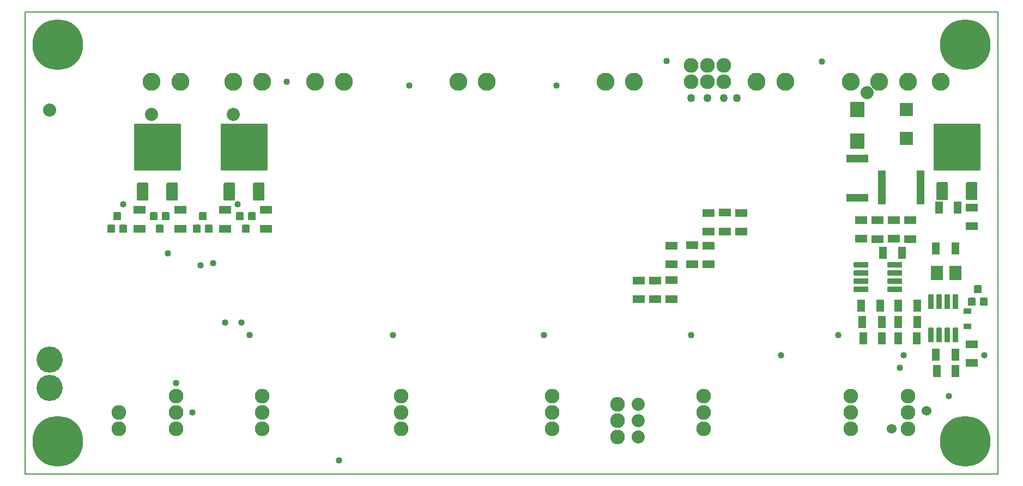
<source format=gbr>
G04 PROTEUS GERBER X2 FILE*
%TF.GenerationSoftware,Labcenter,Proteus,8.7-SP3-Build25561*%
%TF.CreationDate,2021-04-27T11:42:45+00:00*%
%TF.FileFunction,Soldermask,Bot*%
%TF.FilePolarity,Negative*%
%TF.Part,Single*%
%TF.SameCoordinates,{6203c4a4-ae23-4678-9b2e-be1f49d5fe9b}*%
%FSLAX45Y45*%
%MOMM*%
G01*
%TA.AperFunction,Material*%
%ADD43C,1.524000*%
%ADD44C,1.016000*%
%ADD45C,2.032000*%
%ADD46C,1.270000*%
%TA.AperFunction,Material*%
%ADD48C,4.064000*%
%ADD49C,2.794000*%
%ADD50C,2.286000*%
%AMPPAD061*
4,1,36,
-0.444500,-0.635000,
0.444500,-0.635000,
0.470470,-0.632470,
0.494480,-0.625200,
0.516080,-0.613650,
0.534790,-0.598290,
0.550150,-0.579570,
0.561700,-0.557980,
0.568970,-0.533970,
0.571500,-0.508000,
0.571500,0.508000,
0.568970,0.533970,
0.561700,0.557980,
0.550150,0.579570,
0.534790,0.598290,
0.516080,0.613650,
0.494480,0.625200,
0.470470,0.632470,
0.444500,0.635000,
-0.444500,0.635000,
-0.470470,0.632470,
-0.494480,0.625200,
-0.516080,0.613650,
-0.534790,0.598290,
-0.550150,0.579570,
-0.561700,0.557980,
-0.568970,0.533970,
-0.571500,0.508000,
-0.571500,-0.508000,
-0.568970,-0.533970,
-0.561700,-0.557980,
-0.550150,-0.579570,
-0.534790,-0.598290,
-0.516080,-0.613650,
-0.494480,-0.625200,
-0.470470,-0.632470,
-0.444500,-0.635000,
0*%
%TA.AperFunction,Material*%
%ADD67PPAD061*%
%AMPPAD062*
4,1,36,
3.492500,3.619500,
-3.492500,3.619500,
-3.518470,3.616970,
-3.542480,3.609700,
-3.564080,3.598150,
-3.582790,3.582790,
-3.598150,3.564070,
-3.609700,3.542480,
-3.616970,3.518470,
-3.619500,3.492500,
-3.619500,-3.492500,
-3.616970,-3.518470,
-3.609700,-3.542480,
-3.598150,-3.564070,
-3.582790,-3.582790,
-3.564080,-3.598150,
-3.542480,-3.609700,
-3.518470,-3.616970,
-3.492500,-3.619500,
3.492500,-3.619500,
3.518470,-3.616970,
3.542480,-3.609700,
3.564080,-3.598150,
3.582790,-3.582790,
3.598150,-3.564070,
3.609700,-3.542480,
3.616970,-3.518470,
3.619500,-3.492500,
3.619500,3.492500,
3.616970,3.518470,
3.609700,3.542480,
3.598150,3.564070,
3.582790,3.582790,
3.564080,3.598150,
3.542480,3.609700,
3.518470,3.616970,
3.492500,3.619500,
0*%
%ADD68PPAD062*%
%AMPPAD063*
4,1,36,
0.762000,1.397000,
-0.762000,1.397000,
-0.787970,1.394470,
-0.811980,1.387200,
-0.833580,1.375650,
-0.852290,1.360290,
-0.867650,1.341570,
-0.879200,1.319980,
-0.886470,1.295970,
-0.889000,1.270000,
-0.889000,-1.270000,
-0.886470,-1.295970,
-0.879200,-1.319980,
-0.867650,-1.341570,
-0.852290,-1.360290,
-0.833580,-1.375650,
-0.811980,-1.387200,
-0.787970,-1.394470,
-0.762000,-1.397000,
0.762000,-1.397000,
0.787970,-1.394470,
0.811980,-1.387200,
0.833580,-1.375650,
0.852290,-1.360290,
0.867650,-1.341570,
0.879200,-1.319980,
0.886470,-1.295970,
0.889000,-1.270000,
0.889000,1.270000,
0.886470,1.295970,
0.879200,1.319980,
0.867650,1.341570,
0.852290,1.360290,
0.833580,1.375650,
0.811980,1.387200,
0.787970,1.394470,
0.762000,1.397000,
0*%
%ADD69PPAD063*%
%AMPPAD064*
4,1,4,
-1.054100,-1.054100,
1.054100,-1.054100,
1.054100,1.054100,
-1.054100,1.054100,
-1.054100,-1.054100,
0*%
%TA.AperFunction,Material*%
%ADD74PPAD064*%
%AMPPAD065*
4,1,36,
-0.571500,0.317500,
-0.571500,-0.317500,
-0.568970,-0.343470,
-0.561700,-0.367480,
-0.550150,-0.389080,
-0.534790,-0.407790,
-0.516070,-0.423150,
-0.494480,-0.434700,
-0.470470,-0.441970,
-0.444500,-0.444500,
0.444500,-0.444500,
0.470470,-0.441970,
0.494480,-0.434700,
0.516070,-0.423150,
0.534790,-0.407790,
0.550150,-0.389080,
0.561700,-0.367480,
0.568970,-0.343470,
0.571500,-0.317500,
0.571500,0.317500,
0.568970,0.343470,
0.561700,0.367480,
0.550150,0.389080,
0.534790,0.407790,
0.516070,0.423150,
0.494480,0.434700,
0.470470,0.441970,
0.444500,0.444500,
-0.444500,0.444500,
-0.470470,0.441970,
-0.494480,0.434700,
-0.516070,0.423150,
-0.534790,0.407790,
-0.550150,0.389080,
-0.561700,0.367480,
-0.568970,0.343470,
-0.571500,0.317500,
0*%
%ADD75PPAD065*%
%AMPPAD066*
4,1,4,
-0.596900,-2.654300,
0.596900,-2.654300,
0.596900,2.654300,
-0.596900,2.654300,
-0.596900,-2.654300,
0*%
%ADD76PPAD066*%
%AMPPAD067*
4,1,4,
-1.130300,-1.181100,
1.130300,-1.181100,
1.130300,1.181100,
-1.130300,1.181100,
-1.130300,-1.181100,
0*%
%ADD77PPAD067*%
%AMPPAD068*
4,1,36,
1.143000,-0.317500,
1.143000,0.317500,
1.140470,0.343470,
1.133200,0.367480,
1.121650,0.389080,
1.106290,0.407790,
1.087570,0.423150,
1.065980,0.434700,
1.041970,0.441970,
1.016000,0.444500,
-1.016000,0.444500,
-1.041970,0.441970,
-1.065980,0.434700,
-1.087570,0.423150,
-1.106290,0.407790,
-1.121650,0.389080,
-1.133200,0.367480,
-1.140470,0.343470,
-1.143000,0.317500,
-1.143000,-0.317500,
-1.140470,-0.343470,
-1.133200,-0.367480,
-1.121650,-0.389080,
-1.106290,-0.407790,
-1.087570,-0.423150,
-1.065980,-0.434700,
-1.041970,-0.441970,
-1.016000,-0.444500,
1.016000,-0.444500,
1.041970,-0.441970,
1.065980,-0.434700,
1.087570,-0.423150,
1.106290,-0.407790,
1.121650,-0.389080,
1.133200,-0.367480,
1.140470,-0.343470,
1.143000,-0.317500,
0*%
%TA.AperFunction,Material*%
%ADD78PPAD068*%
%AMPPAD069*
4,1,36,
-0.317500,-1.143000,
0.317500,-1.143000,
0.343470,-1.140470,
0.367480,-1.133200,
0.389080,-1.121650,
0.407790,-1.106290,
0.423150,-1.087570,
0.434700,-1.065980,
0.441970,-1.041970,
0.444500,-1.016000,
0.444500,1.016000,
0.441970,1.041970,
0.434700,1.065980,
0.423150,1.087570,
0.407790,1.106290,
0.389080,1.121650,
0.367480,1.133200,
0.343470,1.140470,
0.317500,1.143000,
-0.317500,1.143000,
-0.343470,1.140470,
-0.367480,1.133200,
-0.389080,1.121650,
-0.407790,1.106290,
-0.423150,1.087570,
-0.434700,1.065980,
-0.441970,1.041970,
-0.444500,1.016000,
-0.444500,-1.016000,
-0.441970,-1.041970,
-0.434700,-1.065980,
-0.423150,-1.087570,
-0.407790,-1.106290,
-0.389080,-1.121650,
-0.367480,-1.133200,
-0.343470,-1.140470,
-0.317500,-1.143000,
0*%
%ADD79PPAD069*%
%AMPPAD070*
4,1,4,
-1.701800,0.622300,
-1.701800,-0.622300,
1.701800,-0.622300,
1.701800,0.622300,
-1.701800,0.622300,
0*%
%TA.AperFunction,Material*%
%ADD80PPAD070*%
%AMPPAD071*
4,1,4,
0.901700,1.130300,
-0.901700,1.130300,
-0.901700,-1.130300,
0.901700,-1.130300,
0.901700,1.130300,
0*%
%ADD81PPAD071*%
%AMPPAD072*
4,1,4,
0.571500,0.901700,
-0.571500,0.901700,
-0.571500,-0.901700,
0.571500,-0.901700,
0.571500,0.901700,
0*%
%ADD82PPAD072*%
%AMPPAD073*
4,1,4,
0.901700,-0.571500,
0.901700,0.571500,
-0.901700,0.571500,
-0.901700,-0.571500,
0.901700,-0.571500,
0*%
%ADD83PPAD073*%
%TA.AperFunction,Material*%
%ADD66C,7.874000*%
%TA.AperFunction,Profile*%
%ADD37C,0.203200*%
%TD.AperFunction*%
D43*
X+6858000Y-3556000D03*
D44*
X-4381500Y-825500D03*
X-3873500Y-1016000D03*
X-3111500Y-2095500D03*
X-889000Y-2095500D03*
X+1460500Y-2095500D03*
X+3746500Y-2095500D03*
X+6032500Y-2095500D03*
X-5080000Y-63500D03*
D45*
X-4635500Y+1333500D03*
X-3365500Y+1333500D03*
X+6477000Y+1667185D03*
X+2921000Y-3175000D03*
X+2921000Y-3429000D03*
X+2921000Y-3683000D03*
D46*
X+4457601Y+1587500D03*
X+4254500Y+1587500D03*
X+4000500Y+1587500D03*
X+3746500Y+1587500D03*
D44*
X-4000500Y-3302000D03*
X-4254500Y-2844450D03*
D43*
X+7400945Y-3273445D03*
D44*
X+7747000Y-3048000D03*
X+7048500Y-2413000D03*
X+5143500Y-2413000D03*
X+6985000Y-2603500D03*
X+8295505Y-2412861D03*
D45*
X-6223000Y+1397000D03*
D44*
X+3365500Y+2159000D03*
X+5774838Y+2150575D03*
X+1651000Y+1778000D03*
X-635000Y+1778000D03*
X-2540000Y+1841500D03*
X-3684182Y-979154D03*
X-1724959Y-4050313D03*
X-3302000Y-63500D03*
X-3492500Y-1905000D03*
X-3238500Y-1905000D03*
D48*
X-6223000Y-2476500D03*
X-6223000Y-2921000D03*
D49*
X-2095500Y+1841500D03*
X-1651000Y+1841500D03*
D50*
X-2921000Y-3556000D03*
X-2921000Y-3048000D03*
X-2921000Y-3302000D03*
D49*
X+571500Y+1841500D03*
X+127000Y+1841500D03*
D50*
X-762000Y-3556000D03*
X-762000Y-3302000D03*
X-762000Y-3048000D03*
X+1587500Y-3302000D03*
X+1587500Y-3556000D03*
X+1587500Y-3048000D03*
D49*
X+2857500Y+1841500D03*
X+2413000Y+1841500D03*
D50*
X+3937000Y-3556000D03*
X+6223000Y-3556000D03*
X+3937000Y-3048000D03*
X+6223000Y-3048000D03*
X+3937000Y-3302000D03*
X+6223000Y-3302000D03*
D49*
X+5207000Y+1841500D03*
X+4762500Y+1841500D03*
X+7620000Y+1841500D03*
X+7112000Y+1841500D03*
D67*
X+8196580Y-1389380D03*
X+8290560Y-1579880D03*
X+8102600Y-1579880D03*
D68*
X+7874000Y+825500D03*
D69*
X+8102600Y+134620D03*
X+7645400Y+134620D03*
D74*
X+7086600Y+1404620D03*
X+7086600Y+954620D03*
D75*
X+8039100Y-1960880D03*
X+8039100Y-1725930D03*
D76*
X+6705600Y+198120D03*
X+7305600Y+198120D03*
D50*
X+7112000Y-3302000D03*
X+7112000Y-3556000D03*
X+7112000Y-3048000D03*
D49*
X+6667500Y+1841500D03*
X+6223000Y+1841500D03*
D50*
X-4254500Y-3556000D03*
D77*
X+6324600Y+914620D03*
X+6324600Y+1404620D03*
D78*
X+6908800Y-1008380D03*
X+6908800Y-1135380D03*
X+6908800Y-1262380D03*
X+6908800Y-1389380D03*
X+6388100Y-1389380D03*
X+6388100Y-1262380D03*
X+6388100Y-1135380D03*
X+6388100Y-1008380D03*
D79*
X+7848600Y-2100580D03*
X+7721600Y-2100580D03*
X+7594600Y-2100580D03*
X+7467600Y-2100580D03*
X+7467600Y-1579880D03*
X+7594600Y-1579880D03*
X+7721600Y-1579880D03*
X+7848600Y-1579880D03*
D80*
X+6324600Y+642620D03*
X+6324600Y+32620D03*
D81*
X+7848600Y-1135380D03*
X+7558600Y-1135380D03*
D82*
X+7848600Y-754380D03*
X+7548600Y-754380D03*
X+6705600Y-2151380D03*
X+6415600Y-2151380D03*
X+6678100Y-1643380D03*
X+6388100Y-1643380D03*
D83*
X+6388100Y-599880D03*
X+6388100Y-309880D03*
X+6896100Y-599880D03*
X+6896100Y-309880D03*
D82*
X+7249600Y-2151380D03*
X+6959600Y-2151380D03*
D83*
X+8102600Y-2242380D03*
X+8102600Y-2532380D03*
D82*
X+7848600Y-2405380D03*
X+7548600Y-2405380D03*
D83*
X+7150100Y-309880D03*
X+7150100Y-609880D03*
X+8102600Y-119380D03*
X+8102600Y-409380D03*
D82*
X+7594600Y-119380D03*
X+7884600Y-119380D03*
X+7848600Y-2659380D03*
X+7558600Y-2659380D03*
D83*
X+6642100Y-309880D03*
X+6642100Y-609880D03*
D82*
X+7023100Y-817880D03*
X+6723100Y-817880D03*
X+7259600Y-1643380D03*
X+6959600Y-1643380D03*
X+7259600Y-1897380D03*
X+6959600Y-1897380D03*
X+6705600Y-1897380D03*
X+6405600Y-1897380D03*
D66*
X-6096000Y-3746500D03*
X-6096000Y+2413000D03*
X+8001000Y+2413000D03*
X+8001000Y-3746500D03*
D49*
X-4191000Y+1841500D03*
X-4635500Y+1841500D03*
D68*
X-4546600Y+817880D03*
D69*
X-4318000Y+127000D03*
X-4775200Y+127000D03*
D68*
X-3200400Y+817880D03*
D69*
X-2971800Y+127000D03*
X-3429000Y+127000D03*
D67*
X-5173980Y-254000D03*
X-5080000Y-444500D03*
X-5267960Y-444500D03*
X-3840480Y-254000D03*
X-3746500Y-444500D03*
X-3934460Y-444500D03*
X-4508500Y-444500D03*
X-4602480Y-254000D03*
X-4414520Y-254000D03*
X-3175000Y-444500D03*
X-3268980Y-254000D03*
X-3081020Y-254000D03*
D83*
X-4826000Y-154500D03*
X-4826000Y-444500D03*
X-4191000Y-154500D03*
X-4191000Y-444500D03*
X-3492500Y-154500D03*
X-3492500Y-444500D03*
X-2857500Y-154500D03*
X-2857500Y-444500D03*
D49*
X-2921000Y+1841500D03*
X-3365500Y+1841500D03*
D50*
X-4254500Y-3048000D03*
X-4254500Y-3302000D03*
D83*
X+3439000Y-1242500D03*
X+3439000Y-1542500D03*
X+3756500Y-698500D03*
X+3756500Y-998500D03*
X+4264500Y-190500D03*
X+4264500Y-490500D03*
X+2931000Y-1542500D03*
X+2931000Y-1252500D03*
X+3439000Y-998500D03*
X+3439000Y-708500D03*
X+4010500Y-998500D03*
X+4010500Y-708500D03*
X+3185000Y-1542500D03*
X+3185000Y-1252500D03*
X+4010500Y-490500D03*
X+4010500Y-200500D03*
X+4518500Y-490500D03*
X+4518500Y-200500D03*
D50*
X+3746500Y+2095500D03*
X+2603500Y-3175000D03*
X+3746500Y+1841500D03*
X+4000500Y+2095500D03*
X+2603500Y-3429000D03*
X+4000500Y+1841500D03*
X+4254500Y+2095500D03*
X+2603500Y-3683000D03*
X+4254500Y+1841500D03*
X-5143500Y-3302000D03*
X-5143500Y-3556000D03*
D37*
X-6604000Y-4254500D02*
X+8509000Y-4254500D01*
X+8509000Y+2921000D01*
X-6604000Y+2921000D01*
X-6604000Y-4254500D01*
M02*

</source>
